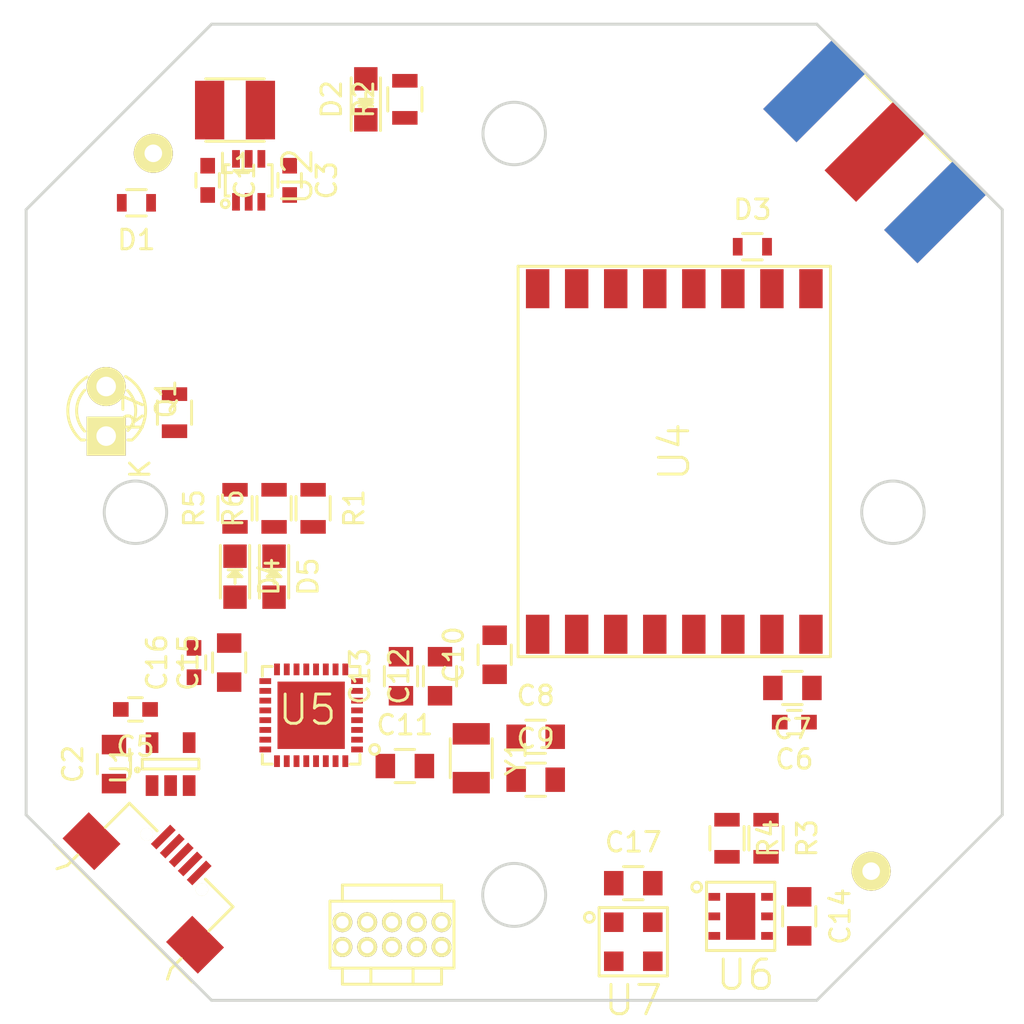
<source format=kicad_pcb>
(kicad_pcb (version 4) (host pcbnew 4.0.1-3.201512150931+6195~38~ubuntu14.04.1-stable)

  (general
    (links 104)
    (no_connects 104)
    (area 100.562048 86.662048 153.237952 139.337952)
    (thickness 1.6)
    (drawings 16)
    (tracks 0)
    (zones 0)
    (modules 41)
    (nets 29)
  )

  (page A4)
  (layers
    (0 F.Cu signal)
    (31 B.Cu signal)
    (32 B.Adhes user)
    (33 F.Adhes user)
    (34 B.Paste user)
    (35 F.Paste user)
    (36 B.SilkS user)
    (37 F.SilkS user)
    (38 B.Mask user)
    (39 F.Mask user)
    (40 Dwgs.User user)
    (41 Cmts.User user)
    (42 Eco1.User user)
    (43 Eco2.User user)
    (44 Edge.Cuts user)
    (45 Margin user)
    (46 B.CrtYd user)
    (47 F.CrtYd user)
    (48 B.Fab user hide)
    (49 F.Fab user)
  )

  (setup
    (last_trace_width 0.25)
    (user_trace_width 0.2)
    (user_trace_width 0.3)
    (user_trace_width 0.4)
    (user_trace_width 0.5)
    (user_trace_width 0.75)
    (user_trace_width 1)
    (trace_clearance 0.2)
    (zone_clearance 0.5)
    (zone_45_only no)
    (trace_min 0.2)
    (segment_width 0.2)
    (edge_width 0.15)
    (via_size 0.7)
    (via_drill 0.3)
    (via_min_size 0.7)
    (via_min_drill 0.3)
    (uvia_size 0.7)
    (uvia_drill 0.3)
    (uvias_allowed no)
    (uvia_min_size 0.7)
    (uvia_min_drill 0.3)
    (pcb_text_width 0.3)
    (pcb_text_size 1.5 1.5)
    (mod_edge_width 0.15)
    (mod_text_size 1 1)
    (mod_text_width 0.15)
    (pad_size 1.524 1.524)
    (pad_drill 0.762)
    (pad_to_mask_clearance 0.2)
    (aux_axis_origin 0 0)
    (visible_elements FFFFFF5F)
    (pcbplotparams
      (layerselection 0x010f0_80000001)
      (usegerberextensions true)
      (excludeedgelayer true)
      (linewidth 0.100000)
      (plotframeref false)
      (viasonmask false)
      (mode 1)
      (useauxorigin false)
      (hpglpennumber 1)
      (hpglpenspeed 20)
      (hpglpendiameter 15)
      (hpglpenoverlay 2)
      (psnegative false)
      (psa4output false)
      (plotreference true)
      (plotvalue true)
      (plotinvisibletext false)
      (padsonsilk false)
      (subtractmaskfromsilk false)
      (outputformat 1)
      (mirror false)
      (drillshape 0)
      (scaleselection 1)
      (outputdirectory gerbers/))
  )

  (net 0 "")
  (net 1 +3V3)
  (net 2 "Net-(C1-Pad1)")
  (net 3 GND)
  (net 4 /nRST)
  (net 5 /SWDIO)
  (net 6 /SWCLK)
  (net 7 /I2C_SCK)
  (net 8 /I2C_SDA)
  (net 9 +5V)
  (net 10 /USB_DM)
  (net 11 /USB_DP)
  (net 12 "Net-(L1-Pad2)")
  (net 13 "Net-(C8-Pad1)")
  (net 14 "Net-(C9-Pad1)")
  (net 15 "Net-(D2-Pad1)")
  (net 16 "Net-(D3-Pad2)")
  (net 17 "Net-(D4-Pad1)")
  (net 18 "Net-(D5-Pad1)")
  (net 19 /LIGHT_SENSE)
  (net 20 /RFM_SCK)
  (net 21 /RFM_MISO)
  (net 22 /RFM_MOSI)
  (net 23 /RFM_NSS)
  (net 24 /LED_GREEN)
  (net 25 /LED_YELLOW)
  (net 26 /LIGHT_EN)
  (net 27 /BATT_MON)
  (net 28 /RFM_RESET)

  (net_class Default "This is the default net class."
    (clearance 0.2)
    (trace_width 0.25)
    (via_dia 0.7)
    (via_drill 0.3)
    (uvia_dia 0.7)
    (uvia_drill 0.3)
    (add_net +3V3)
    (add_net +5V)
    (add_net /BATT_MON)
    (add_net /I2C_SCK)
    (add_net /I2C_SDA)
    (add_net /LED_GREEN)
    (add_net /LED_YELLOW)
    (add_net /LIGHT_EN)
    (add_net /LIGHT_SENSE)
    (add_net /RFM_MISO)
    (add_net /RFM_MOSI)
    (add_net /RFM_NSS)
    (add_net /RFM_RESET)
    (add_net /RFM_SCK)
    (add_net /SWCLK)
    (add_net /SWDIO)
    (add_net /USB_DM)
    (add_net /USB_DP)
    (add_net /nRST)
    (add_net GND)
    (add_net "Net-(C1-Pad1)")
    (add_net "Net-(C8-Pad1)")
    (add_net "Net-(C9-Pad1)")
    (add_net "Net-(D2-Pad1)")
    (add_net "Net-(D3-Pad2)")
    (add_net "Net-(D4-Pad1)")
    (add_net "Net-(D5-Pad1)")
    (add_net "Net-(L1-Pad2)")
  )

  (module footprints:AA_holder locked (layer F.Cu) (tedit 567617BC) (tstamp 567ECEF9)
    (at 126.9 113 135)
    (path /567082BA)
    (fp_text reference P1 (at 0 0.75 135) (layer F.SilkS) hide
      (effects (font (size 1.5 1.5) (thickness 0.15)))
    )
    (fp_text value BATT (at 0 -0.75 135) (layer F.Fab) hide
      (effects (font (size 1.5 1.5) (thickness 0.15)))
    )
    (fp_line (start -28.5 -8.5) (end -28.5 8.5) (layer F.Fab) (width 0.15))
    (fp_line (start -28.5 8.5) (end 28.5 8.5) (layer F.Fab) (width 0.15))
    (fp_line (start 28.5 8.5) (end 28.5 -8.5) (layer F.Fab) (width 0.15))
    (fp_line (start 28.5 -8.5) (end -28.5 -8.5) (layer F.Fab) (width 0.15))
    (pad 2 thru_hole circle (at 26 0 135) (size 2 2) (drill 0.9) (layers *.Cu *.Mask F.SilkS)
      (net 2 "Net-(C1-Pad1)"))
    (pad 1 thru_hole circle (at -26 0 135) (size 2 2) (drill 0.9) (layers *.Cu *.Mask F.SilkS)
      (net 3 GND))
  )

  (module footprints:MS563702 (layer F.Cu) (tedit 56761327) (tstamp 5676180D)
    (at 133.1 135)
    (path /56708DE8)
    (fp_text reference U7 (at 0 3) (layer F.SilkS)
      (effects (font (size 1.5 1.5) (thickness 0.15)))
    )
    (fp_text value MS5637 (at 0 -3) (layer F.Fab) hide
      (effects (font (size 1.5 1.5) (thickness 0.15)))
    )
    (fp_circle (center -2.25 -1.25) (end -2 -1.25) (layer F.SilkS) (width 0.15))
    (fp_line (start -1.75 -1.75) (end -1.75 1.75) (layer F.SilkS) (width 0.15))
    (fp_line (start -1.75 1.75) (end 1.75 1.75) (layer F.SilkS) (width 0.15))
    (fp_line (start 1.75 1.75) (end 1.75 -1.75) (layer F.SilkS) (width 0.15))
    (fp_line (start 1.75 -1.75) (end -1.75 -1.75) (layer F.SilkS) (width 0.15))
    (pad 1 smd rect (at -1 -1) (size 1 1) (layers F.Cu F.Paste F.Mask)
      (net 1 +3V3))
    (pad 2 smd rect (at -1 1) (size 1 1) (layers F.Cu F.Paste F.Mask)
      (net 8 /I2C_SDA))
    (pad 3 smd rect (at 1 -1) (size 1 1) (layers F.Cu F.Paste F.Mask)
      (net 7 /I2C_SCK))
    (pad 4 smd rect (at 1 1) (size 1 1) (layers F.Cu F.Paste F.Mask)
      (net 3 GND))
  )

  (module footprints:UFQFPN32 (layer F.Cu) (tedit 567C61C9) (tstamp 567617F0)
    (at 116.6 123.4 180)
    (path /5675F5E5)
    (fp_text reference U5 (at 0.189287 0.275 180) (layer F.SilkS)
      (effects (font (size 1.5 1.5) (thickness 0.15)))
    )
    (fp_text value STM32L052K8 (at -0.25 -3.75 180) (layer F.Fab) hide
      (effects (font (size 1.5 1.5) (thickness 0.15)))
    )
    (fp_line (start -2.5 2) (end -2.5 2.5) (layer F.SilkS) (width 0.15))
    (fp_line (start -2.5 2.5) (end -2 2.5) (layer F.SilkS) (width 0.15))
    (fp_line (start 2.5 2) (end 2.5 2.5) (layer F.SilkS) (width 0.15))
    (fp_line (start 2.5 2.5) (end 2 2.5) (layer F.SilkS) (width 0.15))
    (fp_line (start 2 -2.5) (end 2.5 -2.5) (layer F.SilkS) (width 0.15))
    (fp_line (start 2.5 -2.5) (end 2.5 -2) (layer F.SilkS) (width 0.15))
    (fp_line (start -2.5 -2) (end -2.5 -2.5) (layer F.SilkS) (width 0.15))
    (fp_line (start -2.5 -2.5) (end -2 -2.5) (layer F.SilkS) (width 0.15))
    (fp_circle (center -3.25 -1.75) (end -3 -1.75) (layer F.SilkS) (width 0.15))
    (pad 25 smd rect (at 1.75 -2.35 180) (size 0.3 0.6) (layers F.Cu F.Paste F.Mask))
    (pad 17 smd rect (at 2.35 1.75 180) (size 0.6 0.3) (layers F.Cu F.Paste F.Mask)
      (net 1 +3V3))
    (pad 1 smd rect (at -2.35 -1.75 180) (size 0.6 0.3) (layers F.Cu F.Paste F.Mask)
      (net 1 +3V3))
    (pad 2 smd rect (at -2.35 -1.25 180) (size 0.6 0.3) (layers F.Cu F.Paste F.Mask)
      (net 14 "Net-(C9-Pad1)"))
    (pad 3 smd rect (at -2.35 -0.75 180) (size 0.6 0.3) (layers F.Cu F.Paste F.Mask)
      (net 13 "Net-(C8-Pad1)"))
    (pad 4 smd rect (at -2.35 -0.25 180) (size 0.6 0.3) (layers F.Cu F.Paste F.Mask)
      (net 4 /nRST))
    (pad 5 smd rect (at -2.35 0.25 180) (size 0.6 0.3) (layers F.Cu F.Paste F.Mask)
      (net 1 +3V3))
    (pad 6 smd rect (at -2.35 0.75 180) (size 0.6 0.3) (layers F.Cu F.Paste F.Mask))
    (pad 7 smd rect (at -2.35 1.25 180) (size 0.6 0.3) (layers F.Cu F.Paste F.Mask))
    (pad 8 smd rect (at -2.35 1.75 180) (size 0.6 0.3) (layers F.Cu F.Paste F.Mask)
      (net 19 /LIGHT_SENSE))
    (pad 9 smd rect (at -1.75 2.35 180) (size 0.3 0.6) (layers F.Cu F.Paste F.Mask)
      (net 28 /RFM_RESET))
    (pad 10 smd rect (at -1.25 2.35 180) (size 0.3 0.6) (layers F.Cu F.Paste F.Mask)
      (net 23 /RFM_NSS))
    (pad 11 smd rect (at -0.75 2.35 180) (size 0.3 0.6) (layers F.Cu F.Paste F.Mask)
      (net 20 /RFM_SCK))
    (pad 12 smd rect (at -0.25 2.35 180) (size 0.3 0.6) (layers F.Cu F.Paste F.Mask)
      (net 21 /RFM_MISO))
    (pad 13 smd rect (at 0.25 2.35 180) (size 0.3 0.6) (layers F.Cu F.Paste F.Mask)
      (net 22 /RFM_MOSI))
    (pad 14 smd rect (at 0.75 2.35 180) (size 0.3 0.6) (layers F.Cu F.Paste F.Mask)
      (net 27 /BATT_MON))
    (pad 15 smd rect (at 1.25 2.35 180) (size 0.3 0.6) (layers F.Cu F.Paste F.Mask)
      (net 25 /LED_YELLOW))
    (pad 16 smd rect (at 1.75 2.35 180) (size 0.3 0.6) (layers F.Cu F.Paste F.Mask)
      (net 24 /LED_GREEN))
    (pad 18 smd rect (at 2.35 1.25 180) (size 0.6 0.3) (layers F.Cu F.Paste F.Mask))
    (pad 19 smd rect (at 2.35 0.75 180) (size 0.6 0.3) (layers F.Cu F.Paste F.Mask))
    (pad 20 smd rect (at 2.35 0.25 180) (size 0.6 0.3) (layers F.Cu F.Paste F.Mask)
      (net 26 /LIGHT_EN))
    (pad 21 smd rect (at 2.35 -0.25 180) (size 0.6 0.3) (layers F.Cu F.Paste F.Mask)
      (net 10 /USB_DM))
    (pad 22 smd rect (at 2.35 -0.75 180) (size 0.6 0.3) (layers F.Cu F.Paste F.Mask)
      (net 11 /USB_DP))
    (pad 23 smd rect (at 2.35 -1.25 180) (size 0.6 0.3) (layers F.Cu F.Paste F.Mask)
      (net 5 /SWDIO))
    (pad 24 smd rect (at 2.35 -1.75 180) (size 0.6 0.3) (layers F.Cu F.Paste F.Mask)
      (net 6 /SWCLK))
    (pad 26 smd rect (at 1.25 -2.35 180) (size 0.3 0.6) (layers F.Cu F.Paste F.Mask))
    (pad 27 smd rect (at 0.75 -2.35 180) (size 0.3 0.6) (layers F.Cu F.Paste F.Mask))
    (pad 28 smd rect (at 0.25 -2.35 180) (size 0.3 0.6) (layers F.Cu F.Paste F.Mask))
    (pad 29 smd rect (at -0.25 -2.35 180) (size 0.3 0.6) (layers F.Cu F.Paste F.Mask)
      (net 7 /I2C_SCK))
    (pad 30 smd rect (at -0.75 -2.35 180) (size 0.3 0.6) (layers F.Cu F.Paste F.Mask)
      (net 8 /I2C_SDA))
    (pad 31 smd rect (at -1.25 -2.35 180) (size 0.3 0.6) (layers F.Cu F.Paste F.Mask)
      (net 3 GND))
    (pad 32 smd rect (at -1.75 -2.35 180) (size 0.3 0.6) (layers F.Cu F.Paste F.Mask))
    (pad 33 smd rect (at 0 0 180) (size 3.45 3.45) (layers F.Cu F.Paste F.Mask)
      (net 3 GND))
  )

  (module LEDs:LED-3MM (layer F.Cu) (tedit 559B82F6) (tstamp 5676179A)
    (at 106.1 109.1 90)
    (descr "LED 3mm round vertical")
    (tags "LED  3mm round vertical")
    (path /5670A3C2)
    (fp_text reference Q1 (at 1.91 3.06 90) (layer F.SilkS)
      (effects (font (size 1 1) (thickness 0.15)))
    )
    (fp_text value TEPT4400 (at 1.3 -2.9 90) (layer F.Fab)
      (effects (font (size 1 1) (thickness 0.15)))
    )
    (fp_line (start -1.2 2.3) (end 3.8 2.3) (layer F.CrtYd) (width 0.05))
    (fp_line (start 3.8 2.3) (end 3.8 -2.2) (layer F.CrtYd) (width 0.05))
    (fp_line (start 3.8 -2.2) (end -1.2 -2.2) (layer F.CrtYd) (width 0.05))
    (fp_line (start -1.2 -2.2) (end -1.2 2.3) (layer F.CrtYd) (width 0.05))
    (fp_line (start -0.199 1.314) (end -0.199 1.114) (layer F.SilkS) (width 0.15))
    (fp_line (start -0.199 -1.28) (end -0.199 -1.1) (layer F.SilkS) (width 0.15))
    (fp_arc (start 1.301 0.034) (end -0.199 -1.286) (angle 108.5) (layer F.SilkS) (width 0.15))
    (fp_arc (start 1.301 0.034) (end 0.25 -1.1) (angle 85.7) (layer F.SilkS) (width 0.15))
    (fp_arc (start 1.311 0.034) (end 3.051 0.994) (angle 110) (layer F.SilkS) (width 0.15))
    (fp_arc (start 1.301 0.034) (end 2.335 1.094) (angle 87.5) (layer F.SilkS) (width 0.15))
    (fp_text user K (at -1.69 1.74 90) (layer F.SilkS)
      (effects (font (size 1 1) (thickness 0.15)))
    )
    (pad 1 thru_hole rect (at 0 0 180) (size 2 2) (drill 1.00076) (layers *.Cu *.Mask F.SilkS)
      (net 19 /LIGHT_SENSE))
    (pad 2 thru_hole circle (at 2.54 0 90) (size 2 2) (drill 1.00076) (layers *.Cu *.Mask F.SilkS)
      (net 26 /LIGHT_EN))
    (model LEDs.3dshapes/LED-3MM.wrl
      (at (xyz 0.05 0 0))
      (scale (xyz 1 1 1))
      (rotate (xyz 0 0 90))
    )
  )

  (module footprints:RFM69 (layer F.Cu) (tedit 56760DB3) (tstamp 567617C3)
    (at 135.2 110.4 90)
    (path /5670B4E9)
    (fp_text reference U4 (at 0.5 0 90) (layer F.SilkS)
      (effects (font (size 1.5 1.5) (thickness 0.15)))
    )
    (fp_text value RFM69W (at 0.5 2 90) (layer F.Fab) hide
      (effects (font (size 1.5 1.5) (thickness 0.15)))
    )
    (fp_line (start -10 -8) (end -10 8) (layer F.SilkS) (width 0.15))
    (fp_line (start -10 8) (end 10 8) (layer F.SilkS) (width 0.15))
    (fp_line (start 10 8) (end 10 -8) (layer F.SilkS) (width 0.15))
    (fp_line (start 10 -8) (end -10 -8) (layer F.SilkS) (width 0.15))
    (pad 9 smd rect (at 8.85 7 90) (size 2 1.2) (layers F.Cu F.Paste F.Mask)
      (net 3 GND))
    (pad 1 smd rect (at -8.85 -7 90) (size 2 1.2) (layers F.Cu F.Paste F.Mask)
      (net 28 /RFM_RESET))
    (pad 2 smd rect (at -8.85 -5 90) (size 2 1.2) (layers F.Cu F.Paste F.Mask))
    (pad 3 smd rect (at -8.85 -3 90) (size 2 1.2) (layers F.Cu F.Paste F.Mask))
    (pad 4 smd rect (at -8.85 -1 90) (size 2 1.2) (layers F.Cu F.Paste F.Mask))
    (pad 5 smd rect (at -8.85 1 90) (size 2 1.2) (layers F.Cu F.Paste F.Mask))
    (pad 6 smd rect (at -8.85 3 90) (size 2 1.2) (layers F.Cu F.Paste F.Mask))
    (pad 7 smd rect (at -8.85 5 90) (size 2 1.2) (layers F.Cu F.Paste F.Mask))
    (pad 8 smd rect (at -8.85 7 90) (size 2 1.2) (layers F.Cu F.Paste F.Mask)
      (net 1 +3V3))
    (pad 10 smd rect (at 8.85 5 90) (size 2 1.2) (layers F.Cu F.Paste F.Mask)
      (net 16 "Net-(D3-Pad2)"))
    (pad 11 smd rect (at 8.85 3 90) (size 2 1.2) (layers F.Cu F.Paste F.Mask)
      (net 3 GND))
    (pad 12 smd rect (at 8.85 1 90) (size 2 1.2) (layers F.Cu F.Paste F.Mask)
      (net 20 /RFM_SCK))
    (pad 13 smd rect (at 8.85 -1 90) (size 2 1.2) (layers F.Cu F.Paste F.Mask)
      (net 21 /RFM_MISO))
    (pad 14 smd rect (at 8.85 -3 90) (size 2 1.2) (layers F.Cu F.Paste F.Mask)
      (net 22 /RFM_MOSI))
    (pad 15 smd rect (at 8.85 -5 90) (size 2 1.2) (layers F.Cu F.Paste F.Mask)
      (net 23 /RFM_NSS))
    (pad 16 smd rect (at 8.85 -7 90) (size 2 1.2) (layers F.Cu F.Paste F.Mask))
  )

  (module footprints:HTU21D (layer F.Cu) (tedit 56761313) (tstamp 56761800)
    (at 138.6 133.7)
    (path /5670851D)
    (fp_text reference U6 (at 0.25 3) (layer F.SilkS)
      (effects (font (size 1.5 1.5) (thickness 0.15)))
    )
    (fp_text value HTU21D (at 0 -3.5) (layer F.Fab) hide
      (effects (font (size 1.5 1.5) (thickness 0.15)))
    )
    (fp_circle (center -2.25 -1.5) (end -2 -1.5) (layer F.SilkS) (width 0.15))
    (fp_line (start -1.75 -1.75) (end -1.75 1.75) (layer F.SilkS) (width 0.15))
    (fp_line (start -1.75 1.75) (end 1.75 1.75) (layer F.SilkS) (width 0.15))
    (fp_line (start 1.75 1.75) (end 1.75 -1.75) (layer F.SilkS) (width 0.15))
    (fp_line (start 1.75 -1.75) (end -1.75 -1.75) (layer F.SilkS) (width 0.15))
    (pad 1 smd rect (at -1.35 -1) (size 0.6 0.4) (layers F.Cu F.Paste F.Mask)
      (net 8 /I2C_SDA))
    (pad 2 smd rect (at -1.35 0) (size 0.6 0.4) (layers F.Cu F.Paste F.Mask)
      (net 3 GND))
    (pad 3 smd rect (at -1.35 1) (size 0.6 0.4) (layers F.Cu F.Paste F.Mask))
    (pad 4 smd rect (at 1.35 -1) (size 0.6 0.4) (layers F.Cu F.Paste F.Mask))
    (pad 5 smd rect (at 1.35 0) (size 0.6 0.4) (layers F.Cu F.Paste F.Mask)
      (net 1 +3V3))
    (pad 6 smd rect (at 1.35 1) (size 0.6 0.4) (layers F.Cu F.Paste F.Mask)
      (net 7 /I2C_SCK))
    (pad 2 smd rect (at 0 0) (size 1.5 2.4) (layers F.Cu F.Paste F.Mask)
      (net 3 GND))
  )

  (module footprints:SWD (layer F.Cu) (tedit 56784E43) (tstamp 56761828)
    (at 118.2 134)
    (path /5670E52D)
    (fp_text reference U8 (at 2.5 -2.9) (layer F.SilkS) hide
      (effects (font (size 1 1) (thickness 0.15)))
    )
    (fp_text value SWD (at 2.54 3.81) (layer F.SilkS) hide
      (effects (font (size 1 1) (thickness 0.15)))
    )
    (fp_line (start 0 3.175) (end 5.08 3.175) (layer F.SilkS) (width 0.15))
    (fp_line (start 5.08 2.3495) (end 5.08 3.175) (layer F.SilkS) (width 0.15))
    (fp_line (start 3.6195 3.175) (end 3.6195 2.3495) (layer F.SilkS) (width 0.15))
    (fp_line (start 0 2.3495) (end 0 3.175) (layer F.SilkS) (width 0.15))
    (fp_line (start 1.4605 3.175) (end 1.4605 2.3495) (layer F.SilkS) (width 0.15))
    (fp_line (start 0 -1.0795) (end 0 -1.905) (layer F.SilkS) (width 0.15))
    (fp_line (start 0 -1.905) (end 5.08 -1.905) (layer F.SilkS) (width 0.15))
    (fp_line (start 5.08 -1.905) (end 5.08 -1.0795) (layer F.SilkS) (width 0.15))
    (fp_line (start 2.54 -1.0795) (end 5.715 -1.0795) (layer F.SilkS) (width 0.15))
    (fp_line (start 5.715 -1.0795) (end 5.715 2.3495) (layer F.SilkS) (width 0.15))
    (fp_line (start 5.715 2.3495) (end -0.635 2.3495) (layer F.SilkS) (width 0.15))
    (fp_line (start -0.635 2.3495) (end -0.635 -1.0795) (layer F.SilkS) (width 0.15))
    (fp_line (start -0.635 -1.0795) (end 2.54 -1.0795) (layer F.SilkS) (width 0.15))
    (pad 1 thru_hole circle (at 0 1.27) (size 1.016 1.016) (drill 0.635) (layers *.Cu *.Mask F.SilkS)
      (net 1 +3V3))
    (pad 2 thru_hole circle (at 0 0) (size 1.016 1.016) (drill 0.635) (layers *.Cu *.Mask F.SilkS)
      (net 5 /SWDIO))
    (pad 3 thru_hole circle (at 1.27 1.27) (size 1.016 1.016) (drill 0.635) (layers *.Cu *.Mask F.SilkS)
      (net 3 GND))
    (pad 4 thru_hole circle (at 1.27 0) (size 1.016 1.016) (drill 0.635) (layers *.Cu *.Mask F.SilkS)
      (net 6 /SWCLK))
    (pad 5 thru_hole circle (at 2.54 1.27) (size 1.016 1.016) (drill 0.635) (layers *.Cu *.Mask F.SilkS)
      (net 3 GND))
    (pad 6 thru_hole circle (at 2.54 0) (size 1.016 1.016) (drill 0.635) (layers *.Cu *.Mask F.SilkS))
    (pad 7 thru_hole circle (at 3.81 1.27) (size 1.016 1.016) (drill 0.635) (layers *.Cu *.Mask F.SilkS))
    (pad 8 thru_hole circle (at 3.81 0) (size 1.016 1.016) (drill 0.635) (layers *.Cu *.Mask F.SilkS))
    (pad 9 thru_hole circle (at 5.08 1.27) (size 1.016 1.016) (drill 0.635) (layers *.Cu *.Mask F.SilkS)
      (net 3 GND))
    (pad 10 thru_hole circle (at 5.08 0) (size 1.016 1.016) (drill 0.635) (layers *.Cu *.Mask F.SilkS)
      (net 4 /nRST))
  )

  (module footprints:SMA-142-0701-801 (layer F.Cu) (tedit 55D342C3) (tstamp 567614D6)
    (at 145.5 94.5 315)
    (path /5670BE45)
    (fp_text reference P2 (at 0 -4.064 315) (layer F.SilkS) hide
      (effects (font (size 1 1) (thickness 0.15)))
    )
    (fp_text value SMA (at -3.556 3.81 315) (layer F.SilkS) hide
      (effects (font (size 1 1) (thickness 0.15)))
    )
    (fp_line (start 1.2 -2.4) (end 3.1 -2.4) (layer F.SilkS) (width 0.15))
    (fp_line (start -3.1 -2.4) (end -1.2 -2.4) (layer F.SilkS) (width 0.15))
    (pad 1 smd rect (at 0 0 315) (size 2.286 5.08) (layers F.Cu F.Mask)
      (net 16 "Net-(D3-Pad2)") (clearance 0.2) (zone_connect 2))
    (pad 2 smd rect (at -4.3815 0 315) (size 2.413 5.08) (layers F.Cu F.Mask)
      (net 3 GND) (zone_connect 1) (thermal_width 0.5) (thermal_gap 0.2))
    (pad 3 smd rect (at 4.3815 0 315) (size 2.413 5.08) (layers F.Cu F.Mask)
      (net 3 GND) (zone_connect 1) (thermal_width 0.5) (thermal_gap 0.2))
    (pad 4 smd rect (at -4.3815 0 315) (size 2.413 5.08) (layers B.Cu B.Mask)
      (net 3 GND) (zone_connect 1) (thermal_width 0.5) (thermal_gap 0.2))
    (pad 5 smd rect (at 4.3815 0 315) (size 2.413 5.08) (layers B.Cu B.Mask)
      (net 3 GND) (zone_connect 1) (thermal_width 0.5) (thermal_gap 0.2))
  )

  (module TO_SOT_Packages_SMD:SOT-23-5 (layer F.Cu) (tedit 55360473) (tstamp 56784C70)
    (at 109.4 125.9 90)
    (descr "5-pin SOT23 package")
    (tags SOT-23-5)
    (path /56785040)
    (attr smd)
    (fp_text reference U1 (at -0.05 -2.55 90) (layer F.SilkS)
      (effects (font (size 1 1) (thickness 0.15)))
    )
    (fp_text value TPS79333DBVR (at -0.05 2.35 90) (layer F.Fab)
      (effects (font (size 1 1) (thickness 0.15)))
    )
    (fp_line (start -1.8 -1.6) (end 1.8 -1.6) (layer F.CrtYd) (width 0.05))
    (fp_line (start 1.8 -1.6) (end 1.8 1.6) (layer F.CrtYd) (width 0.05))
    (fp_line (start 1.8 1.6) (end -1.8 1.6) (layer F.CrtYd) (width 0.05))
    (fp_line (start -1.8 1.6) (end -1.8 -1.6) (layer F.CrtYd) (width 0.05))
    (fp_circle (center -0.3 -1.7) (end -0.2 -1.7) (layer F.SilkS) (width 0.15))
    (fp_line (start 0.25 -1.45) (end -0.25 -1.45) (layer F.SilkS) (width 0.15))
    (fp_line (start 0.25 1.45) (end 0.25 -1.45) (layer F.SilkS) (width 0.15))
    (fp_line (start -0.25 1.45) (end 0.25 1.45) (layer F.SilkS) (width 0.15))
    (fp_line (start -0.25 -1.45) (end -0.25 1.45) (layer F.SilkS) (width 0.15))
    (pad 1 smd rect (at -1.1 -0.95 90) (size 1.06 0.65) (layers F.Cu F.Paste F.Mask)
      (net 9 +5V))
    (pad 2 smd rect (at -1.1 0 90) (size 1.06 0.65) (layers F.Cu F.Paste F.Mask)
      (net 3 GND))
    (pad 3 smd rect (at -1.1 0.95 90) (size 1.06 0.65) (layers F.Cu F.Paste F.Mask)
      (net 9 +5V))
    (pad 4 smd rect (at 1.1 0.95 90) (size 1.06 0.65) (layers F.Cu F.Paste F.Mask))
    (pad 5 smd rect (at 1.1 -0.95 90) (size 1.06 0.65) (layers F.Cu F.Paste F.Mask)
      (net 1 +3V3))
    (model TO_SOT_Packages_SMD.3dshapes/SOT-23-5.wrl
      (at (xyz 0 0 0))
      (scale (xyz 1 1 1))
      (rotate (xyz 0 0 0))
    )
  )

  (module footprints:USB3065 (layer F.Cu) (tedit 56784E3F) (tstamp 56785010)
    (at 108 132.5 315)
    (path /56764139)
    (fp_text reference U3 (at -5.656854 -2.12132 315) (layer F.SilkS) hide
      (effects (font (size 1.5 1.5) (thickness 0.15)))
    )
    (fp_text value microusb-b (at 0 -4.75 315) (layer F.Fab) hide
      (effects (font (size 1.5 1.5) (thickness 0.15)))
    )
    (fp_line (start 3.75 1) (end 3.75 1.75) (layer F.SilkS) (width 0.15))
    (fp_line (start 3.75 1.75) (end 4 2.25) (layer F.SilkS) (width 0.15))
    (fp_line (start -3.75 1) (end -3.75 1.75) (layer F.SilkS) (width 0.15))
    (fp_line (start -3.75 1.75) (end -4 2.25) (layer F.SilkS) (width 0.15))
    (fp_line (start 1.75 -2.75) (end 3.75 -2.75) (layer F.SilkS) (width 0.15))
    (fp_line (start 3.75 -2.75) (end 3.75 -1) (layer F.SilkS) (width 0.15))
    (fp_line (start -3.75 -1) (end -3.75 -2.75) (layer F.SilkS) (width 0.15))
    (fp_line (start -3.75 -2.75) (end -1.75 -2.75) (layer F.SilkS) (width 0.15))
    (fp_line (start -5 1.45) (end 5 1.45) (layer F.SilkS) (width 0.15))
    (pad 1 smd rect (at -1.3 -2.75 315) (size 0.4 1.4) (layers F.Cu F.Paste F.Mask)
      (net 9 +5V))
    (pad 2 smd rect (at -0.65 -2.75 315) (size 0.4 1.4) (layers F.Cu F.Paste F.Mask)
      (net 10 /USB_DM))
    (pad 3 smd rect (at 0 -2.75 315) (size 0.4 1.4) (layers F.Cu F.Paste F.Mask)
      (net 11 /USB_DP))
    (pad 4 smd rect (at 0.65 -2.75 315) (size 0.4 1.4) (layers F.Cu F.Paste F.Mask))
    (pad 5 smd rect (at 1.3 -2.75 315) (size 0.4 1.4) (layers F.Cu F.Paste F.Mask)
      (net 3 GND))
    (pad "" np_thru_hole circle (at -2 -2.25 315) (size 0.65 0.65) (drill 0.65) (layers *.Cu *.Mask F.SilkS))
    (pad "" np_thru_hole circle (at 2 -2.25 315) (size 0.65 0.65) (drill 0.65) (layers *.Cu *.Mask F.SilkS))
    (pad 6 smd rect (at -3.75 0 315) (size 2.3 1.9) (layers F.Cu F.Paste F.Mask))
    (pad 7 smd rect (at 3.75 0 315) (size 2.3 1.9) (layers F.Cu F.Paste F.Mask))
  )

  (module Capacitors_SMD:C_0603 (layer F.Cu) (tedit 5415D631) (tstamp 567855A2)
    (at 111.3 96 270)
    (descr "Capacitor SMD 0603, reflow soldering, AVX (see smccp.pdf)")
    (tags "capacitor 0603")
    (path /56708022)
    (attr smd)
    (fp_text reference C1 (at 0 -1.9 270) (layer F.SilkS)
      (effects (font (size 1 1) (thickness 0.15)))
    )
    (fp_text value 10u (at 0 1.9 270) (layer F.Fab)
      (effects (font (size 1 1) (thickness 0.15)))
    )
    (fp_line (start -1.45 -0.75) (end 1.45 -0.75) (layer F.CrtYd) (width 0.05))
    (fp_line (start -1.45 0.75) (end 1.45 0.75) (layer F.CrtYd) (width 0.05))
    (fp_line (start -1.45 -0.75) (end -1.45 0.75) (layer F.CrtYd) (width 0.05))
    (fp_line (start 1.45 -0.75) (end 1.45 0.75) (layer F.CrtYd) (width 0.05))
    (fp_line (start -0.35 -0.6) (end 0.35 -0.6) (layer F.SilkS) (width 0.15))
    (fp_line (start 0.35 0.6) (end -0.35 0.6) (layer F.SilkS) (width 0.15))
    (pad 1 smd rect (at -0.75 0 270) (size 0.8 0.75) (layers F.Cu F.Paste F.Mask)
      (net 2 "Net-(C1-Pad1)"))
    (pad 2 smd rect (at 0.75 0 270) (size 0.8 0.75) (layers F.Cu F.Paste F.Mask)
      (net 3 GND))
    (model Capacitors_SMD.3dshapes/C_0603.wrl
      (at (xyz 0 0 0))
      (scale (xyz 1 1 1))
      (rotate (xyz 0 0 0))
    )
  )

  (module Resistors_SMD:R_0603 (layer F.Cu) (tedit 5415CC62) (tstamp 567855AE)
    (at 107.65 97.15 180)
    (descr "Resistor SMD 0603, reflow soldering, Vishay (see dcrcw.pdf)")
    (tags "resistor 0603")
    (path /56786E75)
    (attr smd)
    (fp_text reference D1 (at 0 -1.9 180) (layer F.SilkS)
      (effects (font (size 1 1) (thickness 0.15)))
    )
    (fp_text value TVS_small (at 0 1.9 180) (layer F.Fab)
      (effects (font (size 1 1) (thickness 0.15)))
    )
    (fp_line (start -1.3 -0.8) (end 1.3 -0.8) (layer F.CrtYd) (width 0.05))
    (fp_line (start -1.3 0.8) (end 1.3 0.8) (layer F.CrtYd) (width 0.05))
    (fp_line (start -1.3 -0.8) (end -1.3 0.8) (layer F.CrtYd) (width 0.05))
    (fp_line (start 1.3 -0.8) (end 1.3 0.8) (layer F.CrtYd) (width 0.05))
    (fp_line (start 0.5 0.675) (end -0.5 0.675) (layer F.SilkS) (width 0.15))
    (fp_line (start -0.5 -0.675) (end 0.5 -0.675) (layer F.SilkS) (width 0.15))
    (pad 1 smd rect (at -0.75 0 180) (size 0.5 0.9) (layers F.Cu F.Paste F.Mask)
      (net 2 "Net-(C1-Pad1)"))
    (pad 2 smd rect (at 0.75 0 180) (size 0.5 0.9) (layers F.Cu F.Paste F.Mask)
      (net 3 GND))
    (model Resistors_SMD.3dshapes/R_0603.wrl
      (at (xyz 0 0 0))
      (scale (xyz 1 1 1))
      (rotate (xyz 0 0 0))
    )
  )

  (module Resistors_SMD:R_0603 (layer F.Cu) (tedit 5415CC62) (tstamp 567855BA)
    (at 139.2 99.4)
    (descr "Resistor SMD 0603, reflow soldering, Vishay (see dcrcw.pdf)")
    (tags "resistor 0603")
    (path /56787864)
    (attr smd)
    (fp_text reference D3 (at 0 -1.9) (layer F.SilkS)
      (effects (font (size 1 1) (thickness 0.15)))
    )
    (fp_text value TVS_small (at 0 1.9) (layer F.Fab)
      (effects (font (size 1 1) (thickness 0.15)))
    )
    (fp_line (start -1.3 -0.8) (end 1.3 -0.8) (layer F.CrtYd) (width 0.05))
    (fp_line (start -1.3 0.8) (end 1.3 0.8) (layer F.CrtYd) (width 0.05))
    (fp_line (start -1.3 -0.8) (end -1.3 0.8) (layer F.CrtYd) (width 0.05))
    (fp_line (start 1.3 -0.8) (end 1.3 0.8) (layer F.CrtYd) (width 0.05))
    (fp_line (start 0.5 0.675) (end -0.5 0.675) (layer F.SilkS) (width 0.15))
    (fp_line (start -0.5 -0.675) (end 0.5 -0.675) (layer F.SilkS) (width 0.15))
    (pad 1 smd rect (at -0.75 0) (size 0.5 0.9) (layers F.Cu F.Paste F.Mask)
      (net 3 GND))
    (pad 2 smd rect (at 0.75 0) (size 0.5 0.9) (layers F.Cu F.Paste F.Mask)
      (net 16 "Net-(D3-Pad2)"))
    (model Resistors_SMD.3dshapes/R_0603.wrl
      (at (xyz 0 0 0))
      (scale (xyz 1 1 1))
      (rotate (xyz 0 0 0))
    )
  )

  (module footprints:Inductor_1212 (layer F.Cu) (tedit 567853FE) (tstamp 567855C2)
    (at 112.7 92.4)
    (path /56708162)
    (attr smd)
    (fp_text reference L1 (at 0 2.75) (layer F.SilkS)
      (effects (font (size 1 1) (thickness 0.15)))
    )
    (fp_text value 4u7 (at 0 -2.75) (layer F.Fab)
      (effects (font (size 1 1) (thickness 0.15)))
    )
    (fp_line (start 1.5 1.6) (end -1.5 1.6) (layer F.SilkS) (width 0.15))
    (fp_line (start -1.5 -1.6) (end 1.5 -1.6) (layer F.SilkS) (width 0.15))
    (pad 1 smd rect (at -1.3 0) (size 1.5 3) (layers F.Cu F.Paste F.Mask)
      (net 2 "Net-(C1-Pad1)"))
    (pad 2 smd rect (at 1.3 0) (size 1.5 3) (layers F.Cu F.Paste F.Mask)
      (net 12 "Net-(L1-Pad2)"))
  )

  (module footprints:SC-70 (layer F.Cu) (tedit 5678827F) (tstamp 567617AB)
    (at 113.4 96)
    (descr 6)
    (path /56707CBF)
    (fp_text reference U2 (at 2.5 -0.2 90) (layer F.SilkS)
      (effects (font (size 1.5 1.5) (thickness 0.15)))
    )
    (fp_text value TLV61225 (at -5.9 0) (layer F.Fab) hide
      (effects (font (size 1.5 1.5) (thickness 0.15)))
    )
    (fp_circle (center -1.2 1.2) (end -1 1.2) (layer F.SilkS) (width 0.15))
    (fp_line (start 1 -0.8) (end 1.2 -0.8) (layer F.SilkS) (width 0.15))
    (fp_line (start 1.2 -0.8) (end 1.2 0.8) (layer F.SilkS) (width 0.15))
    (fp_line (start 1.2 0.8) (end 1 0.8) (layer F.SilkS) (width 0.15))
    (fp_line (start -1.2 -0.8) (end -1 -0.8) (layer F.SilkS) (width 0.15))
    (fp_line (start -1.2 -0.8) (end -1.2 0.8) (layer F.SilkS) (width 0.15))
    (fp_line (start -1.2 0.8) (end -1 0.8) (layer F.SilkS) (width 0.15))
    (pad 6 smd rect (at -0.65 -1.1) (size 0.4 0.9) (layers F.Cu F.Paste F.Mask)
      (net 2 "Net-(C1-Pad1)"))
    (pad 5 smd rect (at 0 -1.1) (size 0.4 0.9) (layers F.Cu F.Paste F.Mask)
      (net 12 "Net-(L1-Pad2)"))
    (pad 4 smd rect (at 0.65 -1.1) (size 0.4 0.9) (layers F.Cu F.Paste F.Mask)
      (net 1 +3V3))
    (pad 1 smd rect (at -0.65 1.1) (size 0.4 0.9) (layers F.Cu F.Paste F.Mask)
      (net 2 "Net-(C1-Pad1)"))
    (pad 2 smd rect (at 0 1.1) (size 0.4 0.9) (layers F.Cu F.Paste F.Mask)
      (net 1 +3V3))
    (pad 3 smd rect (at 0.65 1.1) (size 0.4 0.9) (layers F.Cu F.Paste F.Mask)
      (net 3 GND))
  )

  (module Capacitors_SMD:C_0805 (layer F.Cu) (tedit 5415D6EA) (tstamp 56788801)
    (at 106.5 125.9 90)
    (descr "Capacitor SMD 0805, reflow soldering, AVX (see smccp.pdf)")
    (tags "capacitor 0805")
    (path /5678522C)
    (attr smd)
    (fp_text reference C2 (at 0 -2.1 90) (layer F.SilkS)
      (effects (font (size 1 1) (thickness 0.15)))
    )
    (fp_text value 100n (at 0 2.1 90) (layer F.Fab)
      (effects (font (size 1 1) (thickness 0.15)))
    )
    (fp_line (start -1.8 -1) (end 1.8 -1) (layer F.CrtYd) (width 0.05))
    (fp_line (start -1.8 1) (end 1.8 1) (layer F.CrtYd) (width 0.05))
    (fp_line (start -1.8 -1) (end -1.8 1) (layer F.CrtYd) (width 0.05))
    (fp_line (start 1.8 -1) (end 1.8 1) (layer F.CrtYd) (width 0.05))
    (fp_line (start 0.5 -0.85) (end -0.5 -0.85) (layer F.SilkS) (width 0.15))
    (fp_line (start -0.5 0.85) (end 0.5 0.85) (layer F.SilkS) (width 0.15))
    (pad 1 smd rect (at -1 0 90) (size 1 1.25) (layers F.Cu F.Paste F.Mask)
      (net 9 +5V))
    (pad 2 smd rect (at 1 0 90) (size 1 1.25) (layers F.Cu F.Paste F.Mask)
      (net 3 GND))
    (model Capacitors_SMD.3dshapes/C_0805.wrl
      (at (xyz 0 0 0))
      (scale (xyz 1 1 1))
      (rotate (xyz 0 0 0))
    )
  )

  (module Capacitors_SMD:C_0603 (layer F.Cu) (tedit 5415D631) (tstamp 5678880D)
    (at 115.5 96 270)
    (descr "Capacitor SMD 0603, reflow soldering, AVX (see smccp.pdf)")
    (tags "capacitor 0603")
    (path /56707DD4)
    (attr smd)
    (fp_text reference C3 (at 0 -1.9 270) (layer F.SilkS)
      (effects (font (size 1 1) (thickness 0.15)))
    )
    (fp_text value 10u (at 0 1.9 270) (layer F.Fab)
      (effects (font (size 1 1) (thickness 0.15)))
    )
    (fp_line (start -1.45 -0.75) (end 1.45 -0.75) (layer F.CrtYd) (width 0.05))
    (fp_line (start -1.45 0.75) (end 1.45 0.75) (layer F.CrtYd) (width 0.05))
    (fp_line (start -1.45 -0.75) (end -1.45 0.75) (layer F.CrtYd) (width 0.05))
    (fp_line (start 1.45 -0.75) (end 1.45 0.75) (layer F.CrtYd) (width 0.05))
    (fp_line (start -0.35 -0.6) (end 0.35 -0.6) (layer F.SilkS) (width 0.15))
    (fp_line (start 0.35 0.6) (end -0.35 0.6) (layer F.SilkS) (width 0.15))
    (pad 1 smd rect (at -0.75 0 270) (size 0.8 0.75) (layers F.Cu F.Paste F.Mask)
      (net 1 +3V3))
    (pad 2 smd rect (at 0.75 0 270) (size 0.8 0.75) (layers F.Cu F.Paste F.Mask)
      (net 3 GND))
    (model Capacitors_SMD.3dshapes/C_0603.wrl
      (at (xyz 0 0 0))
      (scale (xyz 1 1 1))
      (rotate (xyz 0 0 0))
    )
  )

  (module Capacitors_SMD:C_0603 (layer F.Cu) (tedit 5415D631) (tstamp 56788819)
    (at 107.6 123.1 180)
    (descr "Capacitor SMD 0603, reflow soldering, AVX (see smccp.pdf)")
    (tags "capacitor 0603")
    (path /5678577A)
    (attr smd)
    (fp_text reference C5 (at 0 -1.9 180) (layer F.SilkS)
      (effects (font (size 1 1) (thickness 0.15)))
    )
    (fp_text value 10u (at 0 1.9 180) (layer F.Fab)
      (effects (font (size 1 1) (thickness 0.15)))
    )
    (fp_line (start -1.45 -0.75) (end 1.45 -0.75) (layer F.CrtYd) (width 0.05))
    (fp_line (start -1.45 0.75) (end 1.45 0.75) (layer F.CrtYd) (width 0.05))
    (fp_line (start -1.45 -0.75) (end -1.45 0.75) (layer F.CrtYd) (width 0.05))
    (fp_line (start 1.45 -0.75) (end 1.45 0.75) (layer F.CrtYd) (width 0.05))
    (fp_line (start -0.35 -0.6) (end 0.35 -0.6) (layer F.SilkS) (width 0.15))
    (fp_line (start 0.35 0.6) (end -0.35 0.6) (layer F.SilkS) (width 0.15))
    (pad 1 smd rect (at -0.75 0 180) (size 0.8 0.75) (layers F.Cu F.Paste F.Mask)
      (net 1 +3V3))
    (pad 2 smd rect (at 0.75 0 180) (size 0.8 0.75) (layers F.Cu F.Paste F.Mask)
      (net 3 GND))
    (model Capacitors_SMD.3dshapes/C_0603.wrl
      (at (xyz 0 0 0))
      (scale (xyz 1 1 1))
      (rotate (xyz 0 0 0))
    )
  )

  (module Capacitors_SMD:C_0603 (layer F.Cu) (tedit 5415D631) (tstamp 56788825)
    (at 141.35 123.75 180)
    (descr "Capacitor SMD 0603, reflow soldering, AVX (see smccp.pdf)")
    (tags "capacitor 0603")
    (path /5670CA15)
    (attr smd)
    (fp_text reference C6 (at 0 -1.9 180) (layer F.SilkS)
      (effects (font (size 1 1) (thickness 0.15)))
    )
    (fp_text value 10u (at 0 1.9 180) (layer F.Fab)
      (effects (font (size 1 1) (thickness 0.15)))
    )
    (fp_line (start -1.45 -0.75) (end 1.45 -0.75) (layer F.CrtYd) (width 0.05))
    (fp_line (start -1.45 0.75) (end 1.45 0.75) (layer F.CrtYd) (width 0.05))
    (fp_line (start -1.45 -0.75) (end -1.45 0.75) (layer F.CrtYd) (width 0.05))
    (fp_line (start 1.45 -0.75) (end 1.45 0.75) (layer F.CrtYd) (width 0.05))
    (fp_line (start -0.35 -0.6) (end 0.35 -0.6) (layer F.SilkS) (width 0.15))
    (fp_line (start 0.35 0.6) (end -0.35 0.6) (layer F.SilkS) (width 0.15))
    (pad 1 smd rect (at -0.75 0 180) (size 0.8 0.75) (layers F.Cu F.Paste F.Mask)
      (net 1 +3V3))
    (pad 2 smd rect (at 0.75 0 180) (size 0.8 0.75) (layers F.Cu F.Paste F.Mask)
      (net 3 GND))
    (model Capacitors_SMD.3dshapes/C_0603.wrl
      (at (xyz 0 0 0))
      (scale (xyz 1 1 1))
      (rotate (xyz 0 0 0))
    )
  )

  (module Capacitors_SMD:C_0805 (layer F.Cu) (tedit 5415D6EA) (tstamp 56788831)
    (at 141.25 122 180)
    (descr "Capacitor SMD 0805, reflow soldering, AVX (see smccp.pdf)")
    (tags "capacitor 0805")
    (path /5670C9CC)
    (attr smd)
    (fp_text reference C7 (at 0 -2.1 180) (layer F.SilkS)
      (effects (font (size 1 1) (thickness 0.15)))
    )
    (fp_text value 100n (at 0 2.1 180) (layer F.Fab)
      (effects (font (size 1 1) (thickness 0.15)))
    )
    (fp_line (start -1.8 -1) (end 1.8 -1) (layer F.CrtYd) (width 0.05))
    (fp_line (start -1.8 1) (end 1.8 1) (layer F.CrtYd) (width 0.05))
    (fp_line (start -1.8 -1) (end -1.8 1) (layer F.CrtYd) (width 0.05))
    (fp_line (start 1.8 -1) (end 1.8 1) (layer F.CrtYd) (width 0.05))
    (fp_line (start 0.5 -0.85) (end -0.5 -0.85) (layer F.SilkS) (width 0.15))
    (fp_line (start -0.5 0.85) (end 0.5 0.85) (layer F.SilkS) (width 0.15))
    (pad 1 smd rect (at -1 0 180) (size 1 1.25) (layers F.Cu F.Paste F.Mask)
      (net 1 +3V3))
    (pad 2 smd rect (at 1 0 180) (size 1 1.25) (layers F.Cu F.Paste F.Mask)
      (net 3 GND))
    (model Capacitors_SMD.3dshapes/C_0805.wrl
      (at (xyz 0 0 0))
      (scale (xyz 1 1 1))
      (rotate (xyz 0 0 0))
    )
  )

  (module Capacitors_SMD:C_0805 (layer F.Cu) (tedit 5415D6EA) (tstamp 5678883D)
    (at 128.1 124.5)
    (descr "Capacitor SMD 0805, reflow soldering, AVX (see smccp.pdf)")
    (tags "capacitor 0805")
    (path /56762810)
    (attr smd)
    (fp_text reference C8 (at 0 -2.1) (layer F.SilkS)
      (effects (font (size 1 1) (thickness 0.15)))
    )
    (fp_text value 15p (at 0 2.1) (layer F.Fab)
      (effects (font (size 1 1) (thickness 0.15)))
    )
    (fp_line (start -1.8 -1) (end 1.8 -1) (layer F.CrtYd) (width 0.05))
    (fp_line (start -1.8 1) (end 1.8 1) (layer F.CrtYd) (width 0.05))
    (fp_line (start -1.8 -1) (end -1.8 1) (layer F.CrtYd) (width 0.05))
    (fp_line (start 1.8 -1) (end 1.8 1) (layer F.CrtYd) (width 0.05))
    (fp_line (start 0.5 -0.85) (end -0.5 -0.85) (layer F.SilkS) (width 0.15))
    (fp_line (start -0.5 0.85) (end 0.5 0.85) (layer F.SilkS) (width 0.15))
    (pad 1 smd rect (at -1 0) (size 1 1.25) (layers F.Cu F.Paste F.Mask)
      (net 13 "Net-(C8-Pad1)"))
    (pad 2 smd rect (at 1 0) (size 1 1.25) (layers F.Cu F.Paste F.Mask)
      (net 3 GND))
    (model Capacitors_SMD.3dshapes/C_0805.wrl
      (at (xyz 0 0 0))
      (scale (xyz 1 1 1))
      (rotate (xyz 0 0 0))
    )
  )

  (module Capacitors_SMD:C_0805 (layer F.Cu) (tedit 5415D6EA) (tstamp 56788849)
    (at 128.1 126.7)
    (descr "Capacitor SMD 0805, reflow soldering, AVX (see smccp.pdf)")
    (tags "capacitor 0805")
    (path /567628C9)
    (attr smd)
    (fp_text reference C9 (at 0 -2.1) (layer F.SilkS)
      (effects (font (size 1 1) (thickness 0.15)))
    )
    (fp_text value 15p (at 0 2.1) (layer F.Fab)
      (effects (font (size 1 1) (thickness 0.15)))
    )
    (fp_line (start -1.8 -1) (end 1.8 -1) (layer F.CrtYd) (width 0.05))
    (fp_line (start -1.8 1) (end 1.8 1) (layer F.CrtYd) (width 0.05))
    (fp_line (start -1.8 -1) (end -1.8 1) (layer F.CrtYd) (width 0.05))
    (fp_line (start 1.8 -1) (end 1.8 1) (layer F.CrtYd) (width 0.05))
    (fp_line (start 0.5 -0.85) (end -0.5 -0.85) (layer F.SilkS) (width 0.15))
    (fp_line (start -0.5 0.85) (end 0.5 0.85) (layer F.SilkS) (width 0.15))
    (pad 1 smd rect (at -1 0) (size 1 1.25) (layers F.Cu F.Paste F.Mask)
      (net 14 "Net-(C9-Pad1)"))
    (pad 2 smd rect (at 1 0) (size 1 1.25) (layers F.Cu F.Paste F.Mask)
      (net 3 GND))
    (model Capacitors_SMD.3dshapes/C_0805.wrl
      (at (xyz 0 0 0))
      (scale (xyz 1 1 1))
      (rotate (xyz 0 0 0))
    )
  )

  (module Capacitors_SMD:C_0805 (layer F.Cu) (tedit 5415D6EA) (tstamp 56788855)
    (at 126 120.3 90)
    (descr "Capacitor SMD 0805, reflow soldering, AVX (see smccp.pdf)")
    (tags "capacitor 0805")
    (path /5675FAE1)
    (attr smd)
    (fp_text reference C10 (at 0 -2.1 90) (layer F.SilkS)
      (effects (font (size 1 1) (thickness 0.15)))
    )
    (fp_text value 100n (at 0 2.1 90) (layer F.Fab)
      (effects (font (size 1 1) (thickness 0.15)))
    )
    (fp_line (start -1.8 -1) (end 1.8 -1) (layer F.CrtYd) (width 0.05))
    (fp_line (start -1.8 1) (end 1.8 1) (layer F.CrtYd) (width 0.05))
    (fp_line (start -1.8 -1) (end -1.8 1) (layer F.CrtYd) (width 0.05))
    (fp_line (start 1.8 -1) (end 1.8 1) (layer F.CrtYd) (width 0.05))
    (fp_line (start 0.5 -0.85) (end -0.5 -0.85) (layer F.SilkS) (width 0.15))
    (fp_line (start -0.5 0.85) (end 0.5 0.85) (layer F.SilkS) (width 0.15))
    (pad 1 smd rect (at -1 0 90) (size 1 1.25) (layers F.Cu F.Paste F.Mask)
      (net 4 /nRST))
    (pad 2 smd rect (at 1 0 90) (size 1 1.25) (layers F.Cu F.Paste F.Mask)
      (net 3 GND))
    (model Capacitors_SMD.3dshapes/C_0805.wrl
      (at (xyz 0 0 0))
      (scale (xyz 1 1 1))
      (rotate (xyz 0 0 0))
    )
  )

  (module Capacitors_SMD:C_0805 (layer F.Cu) (tedit 5415D6EA) (tstamp 56788861)
    (at 121.4 126)
    (descr "Capacitor SMD 0805, reflow soldering, AVX (see smccp.pdf)")
    (tags "capacitor 0805")
    (path /56760BD5)
    (attr smd)
    (fp_text reference C11 (at 0 -2.1) (layer F.SilkS)
      (effects (font (size 1 1) (thickness 0.15)))
    )
    (fp_text value 100n (at 0 2.1) (layer F.Fab)
      (effects (font (size 1 1) (thickness 0.15)))
    )
    (fp_line (start -1.8 -1) (end 1.8 -1) (layer F.CrtYd) (width 0.05))
    (fp_line (start -1.8 1) (end 1.8 1) (layer F.CrtYd) (width 0.05))
    (fp_line (start -1.8 -1) (end -1.8 1) (layer F.CrtYd) (width 0.05))
    (fp_line (start 1.8 -1) (end 1.8 1) (layer F.CrtYd) (width 0.05))
    (fp_line (start 0.5 -0.85) (end -0.5 -0.85) (layer F.SilkS) (width 0.15))
    (fp_line (start -0.5 0.85) (end 0.5 0.85) (layer F.SilkS) (width 0.15))
    (pad 1 smd rect (at -1 0) (size 1 1.25) (layers F.Cu F.Paste F.Mask)
      (net 1 +3V3))
    (pad 2 smd rect (at 1 0) (size 1 1.25) (layers F.Cu F.Paste F.Mask)
      (net 3 GND))
    (model Capacitors_SMD.3dshapes/C_0805.wrl
      (at (xyz 0 0 0))
      (scale (xyz 1 1 1))
      (rotate (xyz 0 0 0))
    )
  )

  (module Capacitors_SMD:C_0805 (layer F.Cu) (tedit 5415D6EA) (tstamp 5678886D)
    (at 123.2 121.4 90)
    (descr "Capacitor SMD 0805, reflow soldering, AVX (see smccp.pdf)")
    (tags "capacitor 0805")
    (path /567618D3)
    (attr smd)
    (fp_text reference C12 (at 0 -2.1 90) (layer F.SilkS)
      (effects (font (size 1 1) (thickness 0.15)))
    )
    (fp_text value 1u (at 0 2.1 90) (layer F.Fab)
      (effects (font (size 1 1) (thickness 0.15)))
    )
    (fp_line (start -1.8 -1) (end 1.8 -1) (layer F.CrtYd) (width 0.05))
    (fp_line (start -1.8 1) (end 1.8 1) (layer F.CrtYd) (width 0.05))
    (fp_line (start -1.8 -1) (end -1.8 1) (layer F.CrtYd) (width 0.05))
    (fp_line (start 1.8 -1) (end 1.8 1) (layer F.CrtYd) (width 0.05))
    (fp_line (start 0.5 -0.85) (end -0.5 -0.85) (layer F.SilkS) (width 0.15))
    (fp_line (start -0.5 0.85) (end 0.5 0.85) (layer F.SilkS) (width 0.15))
    (pad 1 smd rect (at -1 0 90) (size 1 1.25) (layers F.Cu F.Paste F.Mask)
      (net 1 +3V3))
    (pad 2 smd rect (at 1 0 90) (size 1 1.25) (layers F.Cu F.Paste F.Mask)
      (net 3 GND))
    (model Capacitors_SMD.3dshapes/C_0805.wrl
      (at (xyz 0 0 0))
      (scale (xyz 1 1 1))
      (rotate (xyz 0 0 0))
    )
  )

  (module Capacitors_SMD:C_0805 (layer F.Cu) (tedit 5415D6EA) (tstamp 56788879)
    (at 121.2 121.4 90)
    (descr "Capacitor SMD 0805, reflow soldering, AVX (see smccp.pdf)")
    (tags "capacitor 0805")
    (path /56761B02)
    (attr smd)
    (fp_text reference C13 (at 0 -2.1 90) (layer F.SilkS)
      (effects (font (size 1 1) (thickness 0.15)))
    )
    (fp_text value 100n (at 0 2.1 90) (layer F.Fab)
      (effects (font (size 1 1) (thickness 0.15)))
    )
    (fp_line (start -1.8 -1) (end 1.8 -1) (layer F.CrtYd) (width 0.05))
    (fp_line (start -1.8 1) (end 1.8 1) (layer F.CrtYd) (width 0.05))
    (fp_line (start -1.8 -1) (end -1.8 1) (layer F.CrtYd) (width 0.05))
    (fp_line (start 1.8 -1) (end 1.8 1) (layer F.CrtYd) (width 0.05))
    (fp_line (start 0.5 -0.85) (end -0.5 -0.85) (layer F.SilkS) (width 0.15))
    (fp_line (start -0.5 0.85) (end 0.5 0.85) (layer F.SilkS) (width 0.15))
    (pad 1 smd rect (at -1 0 90) (size 1 1.25) (layers F.Cu F.Paste F.Mask)
      (net 1 +3V3))
    (pad 2 smd rect (at 1 0 90) (size 1 1.25) (layers F.Cu F.Paste F.Mask)
      (net 3 GND))
    (model Capacitors_SMD.3dshapes/C_0805.wrl
      (at (xyz 0 0 0))
      (scale (xyz 1 1 1))
      (rotate (xyz 0 0 0))
    )
  )

  (module Capacitors_SMD:C_0805 (layer F.Cu) (tedit 5415D6EA) (tstamp 56788885)
    (at 141.6 133.7 270)
    (descr "Capacitor SMD 0805, reflow soldering, AVX (see smccp.pdf)")
    (tags "capacitor 0805")
    (path /56707B80)
    (attr smd)
    (fp_text reference C14 (at 0 -2.1 270) (layer F.SilkS)
      (effects (font (size 1 1) (thickness 0.15)))
    )
    (fp_text value 100n (at 0 2.1 270) (layer F.Fab)
      (effects (font (size 1 1) (thickness 0.15)))
    )
    (fp_line (start -1.8 -1) (end 1.8 -1) (layer F.CrtYd) (width 0.05))
    (fp_line (start -1.8 1) (end 1.8 1) (layer F.CrtYd) (width 0.05))
    (fp_line (start -1.8 -1) (end -1.8 1) (layer F.CrtYd) (width 0.05))
    (fp_line (start 1.8 -1) (end 1.8 1) (layer F.CrtYd) (width 0.05))
    (fp_line (start 0.5 -0.85) (end -0.5 -0.85) (layer F.SilkS) (width 0.15))
    (fp_line (start -0.5 0.85) (end 0.5 0.85) (layer F.SilkS) (width 0.15))
    (pad 1 smd rect (at -1 0 270) (size 1 1.25) (layers F.Cu F.Paste F.Mask)
      (net 3 GND))
    (pad 2 smd rect (at 1 0 270) (size 1 1.25) (layers F.Cu F.Paste F.Mask)
      (net 1 +3V3))
    (model Capacitors_SMD.3dshapes/C_0805.wrl
      (at (xyz 0 0 0))
      (scale (xyz 1 1 1))
      (rotate (xyz 0 0 0))
    )
  )

  (module Capacitors_SMD:C_0805 (layer F.Cu) (tedit 5415D6EA) (tstamp 56788891)
    (at 112.4 120.7 90)
    (descr "Capacitor SMD 0805, reflow soldering, AVX (see smccp.pdf)")
    (tags "capacitor 0805")
    (path /567610E6)
    (attr smd)
    (fp_text reference C15 (at 0 -2.1 90) (layer F.SilkS)
      (effects (font (size 1 1) (thickness 0.15)))
    )
    (fp_text value 100n (at 0 2.1 90) (layer F.Fab)
      (effects (font (size 1 1) (thickness 0.15)))
    )
    (fp_line (start -1.8 -1) (end 1.8 -1) (layer F.CrtYd) (width 0.05))
    (fp_line (start -1.8 1) (end 1.8 1) (layer F.CrtYd) (width 0.05))
    (fp_line (start -1.8 -1) (end -1.8 1) (layer F.CrtYd) (width 0.05))
    (fp_line (start 1.8 -1) (end 1.8 1) (layer F.CrtYd) (width 0.05))
    (fp_line (start 0.5 -0.85) (end -0.5 -0.85) (layer F.SilkS) (width 0.15))
    (fp_line (start -0.5 0.85) (end 0.5 0.85) (layer F.SilkS) (width 0.15))
    (pad 1 smd rect (at -1 0 90) (size 1 1.25) (layers F.Cu F.Paste F.Mask)
      (net 1 +3V3))
    (pad 2 smd rect (at 1 0 90) (size 1 1.25) (layers F.Cu F.Paste F.Mask)
      (net 3 GND))
    (model Capacitors_SMD.3dshapes/C_0805.wrl
      (at (xyz 0 0 0))
      (scale (xyz 1 1 1))
      (rotate (xyz 0 0 0))
    )
  )

  (module Capacitors_SMD:C_0603 (layer F.Cu) (tedit 5415D631) (tstamp 5678889D)
    (at 110.6 120.7 90)
    (descr "Capacitor SMD 0603, reflow soldering, AVX (see smccp.pdf)")
    (tags "capacitor 0603")
    (path /56761145)
    (attr smd)
    (fp_text reference C16 (at 0 -1.9 90) (layer F.SilkS)
      (effects (font (size 1 1) (thickness 0.15)))
    )
    (fp_text value 10u (at 0 1.9 90) (layer F.Fab)
      (effects (font (size 1 1) (thickness 0.15)))
    )
    (fp_line (start -1.45 -0.75) (end 1.45 -0.75) (layer F.CrtYd) (width 0.05))
    (fp_line (start -1.45 0.75) (end 1.45 0.75) (layer F.CrtYd) (width 0.05))
    (fp_line (start -1.45 -0.75) (end -1.45 0.75) (layer F.CrtYd) (width 0.05))
    (fp_line (start 1.45 -0.75) (end 1.45 0.75) (layer F.CrtYd) (width 0.05))
    (fp_line (start -0.35 -0.6) (end 0.35 -0.6) (layer F.SilkS) (width 0.15))
    (fp_line (start 0.35 0.6) (end -0.35 0.6) (layer F.SilkS) (width 0.15))
    (pad 1 smd rect (at -0.75 0 90) (size 0.8 0.75) (layers F.Cu F.Paste F.Mask)
      (net 1 +3V3))
    (pad 2 smd rect (at 0.75 0 90) (size 0.8 0.75) (layers F.Cu F.Paste F.Mask)
      (net 3 GND))
    (model Capacitors_SMD.3dshapes/C_0603.wrl
      (at (xyz 0 0 0))
      (scale (xyz 1 1 1))
      (rotate (xyz 0 0 0))
    )
  )

  (module Capacitors_SMD:C_0805 (layer F.Cu) (tedit 5415D6EA) (tstamp 567888A9)
    (at 133.1 132)
    (descr "Capacitor SMD 0805, reflow soldering, AVX (see smccp.pdf)")
    (tags "capacitor 0805")
    (path /56708EC5)
    (attr smd)
    (fp_text reference C17 (at 0 -2.1) (layer F.SilkS)
      (effects (font (size 1 1) (thickness 0.15)))
    )
    (fp_text value 100n (at 0 2.1) (layer F.Fab)
      (effects (font (size 1 1) (thickness 0.15)))
    )
    (fp_line (start -1.8 -1) (end 1.8 -1) (layer F.CrtYd) (width 0.05))
    (fp_line (start -1.8 1) (end 1.8 1) (layer F.CrtYd) (width 0.05))
    (fp_line (start -1.8 -1) (end -1.8 1) (layer F.CrtYd) (width 0.05))
    (fp_line (start 1.8 -1) (end 1.8 1) (layer F.CrtYd) (width 0.05))
    (fp_line (start 0.5 -0.85) (end -0.5 -0.85) (layer F.SilkS) (width 0.15))
    (fp_line (start -0.5 0.85) (end 0.5 0.85) (layer F.SilkS) (width 0.15))
    (pad 1 smd rect (at -1 0) (size 1 1.25) (layers F.Cu F.Paste F.Mask)
      (net 1 +3V3))
    (pad 2 smd rect (at 1 0) (size 1 1.25) (layers F.Cu F.Paste F.Mask)
      (net 3 GND))
    (model Capacitors_SMD.3dshapes/C_0805.wrl
      (at (xyz 0 0 0))
      (scale (xyz 1 1 1))
      (rotate (xyz 0 0 0))
    )
  )

  (module LEDs:LED-0805 (layer F.Cu) (tedit 55BDE1C2) (tstamp 567888BC)
    (at 119.4 91.85 90)
    (descr "LED 0805 smd package")
    (tags "LED 0805 SMD")
    (path /5670D4A5)
    (attr smd)
    (fp_text reference D2 (at 0 -1.75 90) (layer F.SilkS)
      (effects (font (size 1 1) (thickness 0.15)))
    )
    (fp_text value RED (at 0 1.75 90) (layer F.Fab)
      (effects (font (size 1 1) (thickness 0.15)))
    )
    (fp_line (start -1.6 0.75) (end 1.1 0.75) (layer F.SilkS) (width 0.15))
    (fp_line (start -1.6 -0.75) (end 1.1 -0.75) (layer F.SilkS) (width 0.15))
    (fp_line (start -0.1 0.15) (end -0.1 -0.1) (layer F.SilkS) (width 0.15))
    (fp_line (start -0.1 -0.1) (end -0.25 0.05) (layer F.SilkS) (width 0.15))
    (fp_line (start -0.35 -0.35) (end -0.35 0.35) (layer F.SilkS) (width 0.15))
    (fp_line (start 0 0) (end 0.35 0) (layer F.SilkS) (width 0.15))
    (fp_line (start -0.35 0) (end 0 -0.35) (layer F.SilkS) (width 0.15))
    (fp_line (start 0 -0.35) (end 0 0.35) (layer F.SilkS) (width 0.15))
    (fp_line (start 0 0.35) (end -0.35 0) (layer F.SilkS) (width 0.15))
    (fp_line (start 1.9 -0.95) (end 1.9 0.95) (layer F.CrtYd) (width 0.05))
    (fp_line (start 1.9 0.95) (end -1.9 0.95) (layer F.CrtYd) (width 0.05))
    (fp_line (start -1.9 0.95) (end -1.9 -0.95) (layer F.CrtYd) (width 0.05))
    (fp_line (start -1.9 -0.95) (end 1.9 -0.95) (layer F.CrtYd) (width 0.05))
    (pad 2 smd rect (at 1.04902 0 270) (size 1.19888 1.19888) (layers F.Cu F.Paste F.Mask)
      (net 1 +3V3))
    (pad 1 smd rect (at -1.04902 0 270) (size 1.19888 1.19888) (layers F.Cu F.Paste F.Mask)
      (net 15 "Net-(D2-Pad1)"))
    (model LEDs.3dshapes/LED-0805.wrl
      (at (xyz 0 0 0))
      (scale (xyz 1 1 1))
      (rotate (xyz 0 0 0))
    )
  )

  (module LEDs:LED-0805 (layer F.Cu) (tedit 55BDE1C2) (tstamp 567888CF)
    (at 112.7 116.3 270)
    (descr "LED 0805 smd package")
    (tags "LED 0805 SMD")
    (path /5670D937)
    (attr smd)
    (fp_text reference D4 (at 0 -1.75 270) (layer F.SilkS)
      (effects (font (size 1 1) (thickness 0.15)))
    )
    (fp_text value GREEN (at 0 1.75 270) (layer F.Fab)
      (effects (font (size 1 1) (thickness 0.15)))
    )
    (fp_line (start -1.6 0.75) (end 1.1 0.75) (layer F.SilkS) (width 0.15))
    (fp_line (start -1.6 -0.75) (end 1.1 -0.75) (layer F.SilkS) (width 0.15))
    (fp_line (start -0.1 0.15) (end -0.1 -0.1) (layer F.SilkS) (width 0.15))
    (fp_line (start -0.1 -0.1) (end -0.25 0.05) (layer F.SilkS) (width 0.15))
    (fp_line (start -0.35 -0.35) (end -0.35 0.35) (layer F.SilkS) (width 0.15))
    (fp_line (start 0 0) (end 0.35 0) (layer F.SilkS) (width 0.15))
    (fp_line (start -0.35 0) (end 0 -0.35) (layer F.SilkS) (width 0.15))
    (fp_line (start 0 -0.35) (end 0 0.35) (layer F.SilkS) (width 0.15))
    (fp_line (start 0 0.35) (end -0.35 0) (layer F.SilkS) (width 0.15))
    (fp_line (start 1.9 -0.95) (end 1.9 0.95) (layer F.CrtYd) (width 0.05))
    (fp_line (start 1.9 0.95) (end -1.9 0.95) (layer F.CrtYd) (width 0.05))
    (fp_line (start -1.9 0.95) (end -1.9 -0.95) (layer F.CrtYd) (width 0.05))
    (fp_line (start -1.9 -0.95) (end 1.9 -0.95) (layer F.CrtYd) (width 0.05))
    (pad 2 smd rect (at 1.04902 0 90) (size 1.19888 1.19888) (layers F.Cu F.Paste F.Mask)
      (net 24 /LED_GREEN))
    (pad 1 smd rect (at -1.04902 0 90) (size 1.19888 1.19888) (layers F.Cu F.Paste F.Mask)
      (net 17 "Net-(D4-Pad1)"))
    (model LEDs.3dshapes/LED-0805.wrl
      (at (xyz 0 0 0))
      (scale (xyz 1 1 1))
      (rotate (xyz 0 0 0))
    )
  )

  (module LEDs:LED-0805 (layer F.Cu) (tedit 55BDE1C2) (tstamp 567888E2)
    (at 114.7 116.3 270)
    (descr "LED 0805 smd package")
    (tags "LED 0805 SMD")
    (path /5670D9B4)
    (attr smd)
    (fp_text reference D5 (at 0 -1.75 270) (layer F.SilkS)
      (effects (font (size 1 1) (thickness 0.15)))
    )
    (fp_text value YELLOW (at 0 1.75 270) (layer F.Fab)
      (effects (font (size 1 1) (thickness 0.15)))
    )
    (fp_line (start -1.6 0.75) (end 1.1 0.75) (layer F.SilkS) (width 0.15))
    (fp_line (start -1.6 -0.75) (end 1.1 -0.75) (layer F.SilkS) (width 0.15))
    (fp_line (start -0.1 0.15) (end -0.1 -0.1) (layer F.SilkS) (width 0.15))
    (fp_line (start -0.1 -0.1) (end -0.25 0.05) (layer F.SilkS) (width 0.15))
    (fp_line (start -0.35 -0.35) (end -0.35 0.35) (layer F.SilkS) (width 0.15))
    (fp_line (start 0 0) (end 0.35 0) (layer F.SilkS) (width 0.15))
    (fp_line (start -0.35 0) (end 0 -0.35) (layer F.SilkS) (width 0.15))
    (fp_line (start 0 -0.35) (end 0 0.35) (layer F.SilkS) (width 0.15))
    (fp_line (start 0 0.35) (end -0.35 0) (layer F.SilkS) (width 0.15))
    (fp_line (start 1.9 -0.95) (end 1.9 0.95) (layer F.CrtYd) (width 0.05))
    (fp_line (start 1.9 0.95) (end -1.9 0.95) (layer F.CrtYd) (width 0.05))
    (fp_line (start -1.9 0.95) (end -1.9 -0.95) (layer F.CrtYd) (width 0.05))
    (fp_line (start -1.9 -0.95) (end 1.9 -0.95) (layer F.CrtYd) (width 0.05))
    (pad 2 smd rect (at 1.04902 0 90) (size 1.19888 1.19888) (layers F.Cu F.Paste F.Mask)
      (net 25 /LED_YELLOW))
    (pad 1 smd rect (at -1.04902 0 90) (size 1.19888 1.19888) (layers F.Cu F.Paste F.Mask)
      (net 18 "Net-(D5-Pad1)"))
    (model LEDs.3dshapes/LED-0805.wrl
      (at (xyz 0 0 0))
      (scale (xyz 1 1 1))
      (rotate (xyz 0 0 0))
    )
  )

  (module Resistors_SMD:R_0805 (layer F.Cu) (tedit 5415CDEB) (tstamp 567888EE)
    (at 121.4 91.85 90)
    (descr "Resistor SMD 0805, reflow soldering, Vishay (see dcrcw.pdf)")
    (tags "resistor 0805")
    (path /5670D552)
    (attr smd)
    (fp_text reference R2 (at 0 -2.1 90) (layer F.SilkS)
      (effects (font (size 1 1) (thickness 0.15)))
    )
    (fp_text value 1k (at 0 2.1 90) (layer F.Fab)
      (effects (font (size 1 1) (thickness 0.15)))
    )
    (fp_line (start -1.6 -1) (end 1.6 -1) (layer F.CrtYd) (width 0.05))
    (fp_line (start -1.6 1) (end 1.6 1) (layer F.CrtYd) (width 0.05))
    (fp_line (start -1.6 -1) (end -1.6 1) (layer F.CrtYd) (width 0.05))
    (fp_line (start 1.6 -1) (end 1.6 1) (layer F.CrtYd) (width 0.05))
    (fp_line (start 0.6 0.875) (end -0.6 0.875) (layer F.SilkS) (width 0.15))
    (fp_line (start -0.6 -0.875) (end 0.6 -0.875) (layer F.SilkS) (width 0.15))
    (pad 1 smd rect (at -0.95 0 90) (size 0.7 1.3) (layers F.Cu F.Paste F.Mask)
      (net 15 "Net-(D2-Pad1)"))
    (pad 2 smd rect (at 0.95 0 90) (size 0.7 1.3) (layers F.Cu F.Paste F.Mask)
      (net 3 GND))
    (model Resistors_SMD.3dshapes/R_0805.wrl
      (at (xyz 0 0 0))
      (scale (xyz 1 1 1))
      (rotate (xyz 0 0 0))
    )
  )

  (module Resistors_SMD:R_0805 (layer F.Cu) (tedit 5415CDEB) (tstamp 567888FA)
    (at 139.9 129.7 270)
    (descr "Resistor SMD 0805, reflow soldering, Vishay (see dcrcw.pdf)")
    (tags "resistor 0805")
    (path /567088B5)
    (attr smd)
    (fp_text reference R3 (at 0 -2.1 270) (layer F.SilkS)
      (effects (font (size 1 1) (thickness 0.15)))
    )
    (fp_text value 10k (at 0 2.1 270) (layer F.Fab)
      (effects (font (size 1 1) (thickness 0.15)))
    )
    (fp_line (start -1.6 -1) (end 1.6 -1) (layer F.CrtYd) (width 0.05))
    (fp_line (start -1.6 1) (end 1.6 1) (layer F.CrtYd) (width 0.05))
    (fp_line (start -1.6 -1) (end -1.6 1) (layer F.CrtYd) (width 0.05))
    (fp_line (start 1.6 -1) (end 1.6 1) (layer F.CrtYd) (width 0.05))
    (fp_line (start 0.6 0.875) (end -0.6 0.875) (layer F.SilkS) (width 0.15))
    (fp_line (start -0.6 -0.875) (end 0.6 -0.875) (layer F.SilkS) (width 0.15))
    (pad 1 smd rect (at -0.95 0 270) (size 0.7 1.3) (layers F.Cu F.Paste F.Mask)
      (net 1 +3V3))
    (pad 2 smd rect (at 0.95 0 270) (size 0.7 1.3) (layers F.Cu F.Paste F.Mask)
      (net 7 /I2C_SCK))
    (model Resistors_SMD.3dshapes/R_0805.wrl
      (at (xyz 0 0 0))
      (scale (xyz 1 1 1))
      (rotate (xyz 0 0 0))
    )
  )

  (module Resistors_SMD:R_0805 (layer F.Cu) (tedit 5415CDEB) (tstamp 56788906)
    (at 137.9 129.7 270)
    (descr "Resistor SMD 0805, reflow soldering, Vishay (see dcrcw.pdf)")
    (tags "resistor 0805")
    (path /56708874)
    (attr smd)
    (fp_text reference R4 (at 0 -2.1 270) (layer F.SilkS)
      (effects (font (size 1 1) (thickness 0.15)))
    )
    (fp_text value 10k (at 0 2.1 270) (layer F.Fab)
      (effects (font (size 1 1) (thickness 0.15)))
    )
    (fp_line (start -1.6 -1) (end 1.6 -1) (layer F.CrtYd) (width 0.05))
    (fp_line (start -1.6 1) (end 1.6 1) (layer F.CrtYd) (width 0.05))
    (fp_line (start -1.6 -1) (end -1.6 1) (layer F.CrtYd) (width 0.05))
    (fp_line (start 1.6 -1) (end 1.6 1) (layer F.CrtYd) (width 0.05))
    (fp_line (start 0.6 0.875) (end -0.6 0.875) (layer F.SilkS) (width 0.15))
    (fp_line (start -0.6 -0.875) (end 0.6 -0.875) (layer F.SilkS) (width 0.15))
    (pad 1 smd rect (at -0.95 0 270) (size 0.7 1.3) (layers F.Cu F.Paste F.Mask)
      (net 1 +3V3))
    (pad 2 smd rect (at 0.95 0 270) (size 0.7 1.3) (layers F.Cu F.Paste F.Mask)
      (net 8 /I2C_SDA))
    (model Resistors_SMD.3dshapes/R_0805.wrl
      (at (xyz 0 0 0))
      (scale (xyz 1 1 1))
      (rotate (xyz 0 0 0))
    )
  )

  (module Resistors_SMD:R_0805 (layer F.Cu) (tedit 5415CDEB) (tstamp 56788912)
    (at 112.7 112.8 90)
    (descr "Resistor SMD 0805, reflow soldering, Vishay (see dcrcw.pdf)")
    (tags "resistor 0805")
    (path /5670DB19)
    (attr smd)
    (fp_text reference R5 (at 0 -2.1 90) (layer F.SilkS)
      (effects (font (size 1 1) (thickness 0.15)))
    )
    (fp_text value 1k (at 0 2.1 90) (layer F.Fab)
      (effects (font (size 1 1) (thickness 0.15)))
    )
    (fp_line (start -1.6 -1) (end 1.6 -1) (layer F.CrtYd) (width 0.05))
    (fp_line (start -1.6 1) (end 1.6 1) (layer F.CrtYd) (width 0.05))
    (fp_line (start -1.6 -1) (end -1.6 1) (layer F.CrtYd) (width 0.05))
    (fp_line (start 1.6 -1) (end 1.6 1) (layer F.CrtYd) (width 0.05))
    (fp_line (start 0.6 0.875) (end -0.6 0.875) (layer F.SilkS) (width 0.15))
    (fp_line (start -0.6 -0.875) (end 0.6 -0.875) (layer F.SilkS) (width 0.15))
    (pad 1 smd rect (at -0.95 0 90) (size 0.7 1.3) (layers F.Cu F.Paste F.Mask)
      (net 17 "Net-(D4-Pad1)"))
    (pad 2 smd rect (at 0.95 0 90) (size 0.7 1.3) (layers F.Cu F.Paste F.Mask)
      (net 3 GND))
    (model Resistors_SMD.3dshapes/R_0805.wrl
      (at (xyz 0 0 0))
      (scale (xyz 1 1 1))
      (rotate (xyz 0 0 0))
    )
  )

  (module Resistors_SMD:R_0805 (layer F.Cu) (tedit 5415CDEB) (tstamp 5678891E)
    (at 114.7 112.8 90)
    (descr "Resistor SMD 0805, reflow soldering, Vishay (see dcrcw.pdf)")
    (tags "resistor 0805")
    (path /5670DB64)
    (attr smd)
    (fp_text reference R6 (at 0 -2.1 90) (layer F.SilkS)
      (effects (font (size 1 1) (thickness 0.15)))
    )
    (fp_text value 1k (at 0 2.1 90) (layer F.Fab)
      (effects (font (size 1 1) (thickness 0.15)))
    )
    (fp_line (start -1.6 -1) (end 1.6 -1) (layer F.CrtYd) (width 0.05))
    (fp_line (start -1.6 1) (end 1.6 1) (layer F.CrtYd) (width 0.05))
    (fp_line (start -1.6 -1) (end -1.6 1) (layer F.CrtYd) (width 0.05))
    (fp_line (start 1.6 -1) (end 1.6 1) (layer F.CrtYd) (width 0.05))
    (fp_line (start 0.6 0.875) (end -0.6 0.875) (layer F.SilkS) (width 0.15))
    (fp_line (start -0.6 -0.875) (end 0.6 -0.875) (layer F.SilkS) (width 0.15))
    (pad 1 smd rect (at -0.95 0 90) (size 0.7 1.3) (layers F.Cu F.Paste F.Mask)
      (net 18 "Net-(D5-Pad1)"))
    (pad 2 smd rect (at 0.95 0 90) (size 0.7 1.3) (layers F.Cu F.Paste F.Mask)
      (net 3 GND))
    (model Resistors_SMD.3dshapes/R_0805.wrl
      (at (xyz 0 0 0))
      (scale (xyz 1 1 1))
      (rotate (xyz 0 0 0))
    )
  )

  (module Resistors_SMD:R_0805 (layer F.Cu) (tedit 5415CDEB) (tstamp 5678892A)
    (at 109.6 107.9 90)
    (descr "Resistor SMD 0805, reflow soldering, Vishay (see dcrcw.pdf)")
    (tags "resistor 0805")
    (path /56709F9B)
    (attr smd)
    (fp_text reference R7 (at 0 -2.1 90) (layer F.SilkS)
      (effects (font (size 1 1) (thickness 0.15)))
    )
    (fp_text value 10k (at 0 2.1 90) (layer F.Fab)
      (effects (font (size 1 1) (thickness 0.15)))
    )
    (fp_line (start -1.6 -1) (end 1.6 -1) (layer F.CrtYd) (width 0.05))
    (fp_line (start -1.6 1) (end 1.6 1) (layer F.CrtYd) (width 0.05))
    (fp_line (start -1.6 -1) (end -1.6 1) (layer F.CrtYd) (width 0.05))
    (fp_line (start 1.6 -1) (end 1.6 1) (layer F.CrtYd) (width 0.05))
    (fp_line (start 0.6 0.875) (end -0.6 0.875) (layer F.SilkS) (width 0.15))
    (fp_line (start -0.6 -0.875) (end 0.6 -0.875) (layer F.SilkS) (width 0.15))
    (pad 1 smd rect (at -0.95 0 90) (size 0.7 1.3) (layers F.Cu F.Paste F.Mask)
      (net 19 /LIGHT_SENSE))
    (pad 2 smd rect (at 0.95 0 90) (size 0.7 1.3) (layers F.Cu F.Paste F.Mask)
      (net 3 GND))
    (model Resistors_SMD.3dshapes/R_0805.wrl
      (at (xyz 0 0 0))
      (scale (xyz 1 1 1))
      (rotate (xyz 0 0 0))
    )
  )

  (module footprints:XTAL_1206 (layer F.Cu) (tedit 56785A92) (tstamp 56788936)
    (at 124.8 125.6 270)
    (descr "Resistor SMD 1206, reflow soldering, Vishay (see dcrcw.pdf)")
    (tags "resistor 1206")
    (path /56762471)
    (attr smd)
    (fp_text reference Y1 (at 0 -2.3 270) (layer F.SilkS)
      (effects (font (size 1 1) (thickness 0.15)))
    )
    (fp_text value 32.768k (at 0 2.3 270) (layer F.Fab)
      (effects (font (size 1 1) (thickness 0.15)))
    )
    (fp_line (start -2.2 -1.2) (end 2.2 -1.2) (layer F.CrtYd) (width 0.05))
    (fp_line (start -2.2 1.2) (end 2.2 1.2) (layer F.CrtYd) (width 0.05))
    (fp_line (start -2.2 -1.2) (end -2.2 1.2) (layer F.CrtYd) (width 0.05))
    (fp_line (start 2.2 -1.2) (end 2.2 1.2) (layer F.CrtYd) (width 0.05))
    (fp_line (start 1 1.075) (end -1 1.075) (layer F.SilkS) (width 0.15))
    (fp_line (start -1 -1.075) (end 1 -1.075) (layer F.SilkS) (width 0.15))
    (pad 1 smd rect (at -1.25 0 270) (size 1.1 1.9) (layers F.Cu F.Paste F.Mask)
      (net 13 "Net-(C8-Pad1)"))
    (pad 2 smd rect (at 1.25 0 270) (size 1.1 1.9) (layers F.Cu F.Paste F.Mask)
      (net 14 "Net-(C9-Pad1)"))
    (model Resistors_SMD.3dshapes/R_1206.wrl
      (at (xyz 0 0 0))
      (scale (xyz 1 1 1))
      (rotate (xyz 0 0 0))
    )
  )

  (module Resistors_SMD:R_0805 (layer F.Cu) (tedit 5415CDEB) (tstamp 5678BBF4)
    (at 116.7 112.8 270)
    (descr "Resistor SMD 0805, reflow soldering, Vishay (see dcrcw.pdf)")
    (tags "resistor 0805")
    (path /5678C9FB)
    (attr smd)
    (fp_text reference R1 (at 0 -2.1 270) (layer F.SilkS)
      (effects (font (size 1 1) (thickness 0.15)))
    )
    (fp_text value 10k (at 0 2.1 270) (layer F.Fab)
      (effects (font (size 1 1) (thickness 0.15)))
    )
    (fp_line (start -1.6 -1) (end 1.6 -1) (layer F.CrtYd) (width 0.05))
    (fp_line (start -1.6 1) (end 1.6 1) (layer F.CrtYd) (width 0.05))
    (fp_line (start -1.6 -1) (end -1.6 1) (layer F.CrtYd) (width 0.05))
    (fp_line (start 1.6 -1) (end 1.6 1) (layer F.CrtYd) (width 0.05))
    (fp_line (start 0.6 0.875) (end -0.6 0.875) (layer F.SilkS) (width 0.15))
    (fp_line (start -0.6 -0.875) (end 0.6 -0.875) (layer F.SilkS) (width 0.15))
    (pad 1 smd rect (at -0.95 0 270) (size 0.7 1.3) (layers F.Cu F.Paste F.Mask)
      (net 2 "Net-(C1-Pad1)"))
    (pad 2 smd rect (at 0.95 0 270) (size 0.7 1.3) (layers F.Cu F.Paste F.Mask)
      (net 27 /BATT_MON))
    (model Resistors_SMD.3dshapes/R_0805.wrl
      (at (xyz 0 0 0))
      (scale (xyz 1 1 1))
      (rotate (xyz 0 0 0))
    )
  )

  (gr_circle (center 146.4 113) (end 148.8 113) (layer F.CrtYd) (width 0.2))
  (gr_circle (center 127 93.6) (end 129.4 93.6) (layer F.CrtYd) (width 0.2))
  (gr_circle (center 107.6 113) (end 110 113) (layer F.CrtYd) (width 0.2))
  (gr_circle (center 127 132.6) (end 129.4 132.6) (layer F.CrtYd) (width 0.2))
  (gr_circle (center 127 132.6) (end 128.6 132.4) (layer Edge.Cuts) (width 0.15))
  (gr_circle (center 146.4 113) (end 148 113) (layer Edge.Cuts) (width 0.15))
  (gr_circle (center 127 93.6) (end 128.6 93.6) (layer Edge.Cuts) (width 0.15))
  (gr_circle (center 107.6 113) (end 109.2 113) (layer Edge.Cuts) (width 0.15))
  (gr_line (start 102 128.5) (end 111.5 138) (angle 90) (layer Edge.Cuts) (width 0.15))
  (gr_line (start 102 97.5) (end 102 128.5) (angle 90) (layer Edge.Cuts) (width 0.15))
  (gr_line (start 111.5 138) (end 142.5 138) (angle 90) (layer Edge.Cuts) (width 0.15))
  (gr_line (start 152 97.5) (end 152 128.5) (angle 90) (layer Edge.Cuts) (width 0.15))
  (gr_line (start 111.5 88) (end 142.5 88) (angle 90) (layer Edge.Cuts) (width 0.15))
  (gr_line (start 142.5 88) (end 152 97.5) (angle 90) (layer Edge.Cuts) (width 0.15))
  (gr_line (start 152 128.5) (end 142.5 138) (angle 90) (layer Edge.Cuts) (width 0.15))
  (gr_line (start 111.5 88) (end 102 97.5) (angle 90) (layer Edge.Cuts) (width 0.15))

)

</source>
